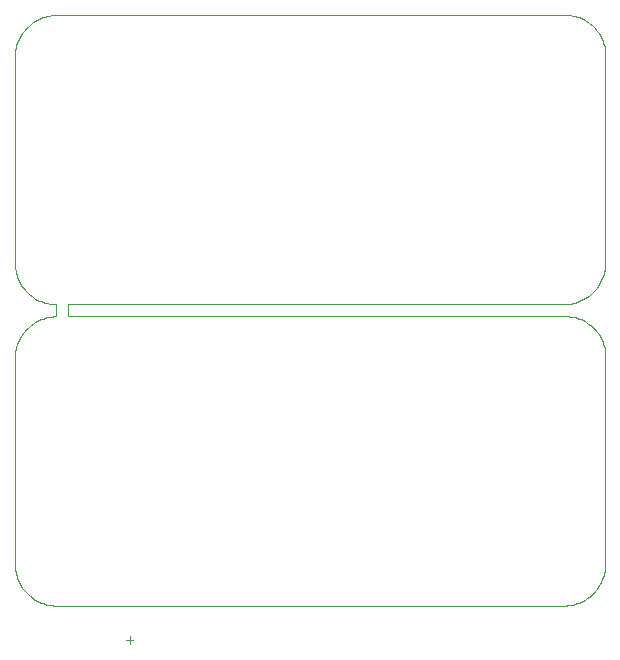
<source format=gbo>
G75*
G70*
%OFA0B0*%
%FSLAX24Y24*%
%IPPOS*%
%LPD*%
%AMOC8*
5,1,8,0,0,1.08239X$1,22.5*
%
%ADD10C,0.0000*%
%ADD11C,0.0030*%
D10*
X001475Y001583D02*
X001478Y001583D01*
X018407Y001583D01*
X018410Y001583D01*
X018408Y001583D02*
X018482Y001586D01*
X018556Y001593D01*
X018630Y001604D01*
X018702Y001619D01*
X018774Y001637D01*
X018845Y001660D01*
X018915Y001686D01*
X018983Y001716D01*
X019049Y001749D01*
X019114Y001786D01*
X019176Y001827D01*
X019237Y001870D01*
X019295Y001917D01*
X019350Y001967D01*
X019402Y002019D01*
X019452Y002074D01*
X019499Y002132D01*
X019542Y002193D01*
X019583Y002255D01*
X019620Y002320D01*
X019653Y002386D01*
X019683Y002454D01*
X019709Y002524D01*
X019732Y002595D01*
X019750Y002667D01*
X019765Y002739D01*
X019776Y002813D01*
X019783Y002887D01*
X019786Y002961D01*
X019785Y002961D02*
X019785Y002958D01*
X019785Y002961D02*
X019785Y009812D01*
X019785Y009857D01*
X019785Y009812D02*
X019787Y009884D01*
X019785Y009955D01*
X019780Y010027D01*
X019771Y010098D01*
X019758Y010169D01*
X019741Y010238D01*
X019720Y010307D01*
X019696Y010375D01*
X019669Y010441D01*
X019637Y010505D01*
X019603Y010568D01*
X019565Y010629D01*
X019524Y010688D01*
X019480Y010744D01*
X019432Y010798D01*
X019382Y010849D01*
X019330Y010898D01*
X019275Y010944D01*
X019217Y010987D01*
X019157Y011026D01*
X019095Y011063D01*
X019032Y011096D01*
X018967Y011125D01*
X018900Y011151D01*
X018832Y011174D01*
X018762Y011192D01*
X018692Y011207D01*
X018621Y011219D01*
X018550Y011226D01*
X018479Y011230D01*
X018407Y011229D01*
X001872Y011229D01*
X001872Y011623D01*
X018407Y011623D01*
X018410Y011623D01*
X018407Y011229D02*
X018410Y011229D01*
X018408Y011622D02*
X018482Y011625D01*
X018556Y011632D01*
X018630Y011643D01*
X018702Y011658D01*
X018774Y011676D01*
X018845Y011699D01*
X018915Y011725D01*
X018983Y011755D01*
X019049Y011788D01*
X019114Y011825D01*
X019176Y011866D01*
X019237Y011909D01*
X019295Y011956D01*
X019350Y012006D01*
X019402Y012058D01*
X019452Y012113D01*
X019499Y012171D01*
X019542Y012232D01*
X019583Y012294D01*
X019620Y012359D01*
X019653Y012425D01*
X019683Y012493D01*
X019709Y012563D01*
X019732Y012634D01*
X019750Y012706D01*
X019765Y012778D01*
X019776Y012852D01*
X019783Y012926D01*
X019786Y013000D01*
X019785Y013001D02*
X019785Y012998D01*
X019785Y013001D02*
X019785Y019851D01*
X019785Y019897D01*
X019785Y019851D02*
X019787Y019923D01*
X019785Y019994D01*
X019780Y020066D01*
X019771Y020137D01*
X019758Y020208D01*
X019741Y020277D01*
X019720Y020346D01*
X019696Y020414D01*
X019669Y020480D01*
X019637Y020544D01*
X019603Y020607D01*
X019565Y020668D01*
X019524Y020727D01*
X019480Y020783D01*
X019432Y020837D01*
X019382Y020888D01*
X019330Y020937D01*
X019275Y020983D01*
X019217Y021026D01*
X019157Y021065D01*
X019095Y021102D01*
X019032Y021135D01*
X018967Y021164D01*
X018900Y021190D01*
X018832Y021213D01*
X018762Y021231D01*
X018692Y021246D01*
X018621Y021258D01*
X018550Y021265D01*
X018479Y021269D01*
X018407Y021268D01*
X018410Y021268D01*
X018407Y021268D02*
X001478Y021268D01*
X001475Y021268D01*
X001478Y021269D02*
X001404Y021266D01*
X001330Y021259D01*
X001256Y021248D01*
X001184Y021233D01*
X001112Y021215D01*
X001041Y021192D01*
X000971Y021166D01*
X000903Y021136D01*
X000837Y021103D01*
X000772Y021066D01*
X000710Y021025D01*
X000649Y020982D01*
X000591Y020935D01*
X000536Y020885D01*
X000484Y020833D01*
X000434Y020778D01*
X000387Y020720D01*
X000344Y020659D01*
X000303Y020597D01*
X000266Y020532D01*
X000233Y020466D01*
X000203Y020398D01*
X000177Y020328D01*
X000154Y020257D01*
X000136Y020185D01*
X000121Y020113D01*
X000110Y020039D01*
X000103Y019965D01*
X000100Y019891D01*
X000100Y019890D02*
X000100Y019894D01*
X000100Y019890D02*
X000100Y013040D01*
X000100Y012998D01*
X000100Y013040D02*
X000101Y012967D01*
X000106Y012893D01*
X000114Y012821D01*
X000127Y012749D01*
X000143Y012677D01*
X000162Y012607D01*
X000186Y012537D01*
X000213Y012469D01*
X000244Y012403D01*
X000278Y012338D01*
X000315Y012275D01*
X000356Y012214D01*
X000399Y012156D01*
X000446Y012099D01*
X000496Y012045D01*
X000548Y011994D01*
X000603Y011946D01*
X000660Y011901D01*
X000720Y011858D01*
X000782Y011819D01*
X000846Y011783D01*
X000911Y011751D01*
X000979Y011722D01*
X001047Y011697D01*
X001117Y011675D01*
X001188Y011657D01*
X001260Y011642D01*
X001332Y011632D01*
X001405Y011625D01*
X001478Y011622D01*
X001478Y011623D02*
X001478Y011229D01*
X001475Y011229D01*
X001475Y011623D02*
X001478Y011623D01*
X001478Y011229D02*
X001404Y011226D01*
X001330Y011219D01*
X001256Y011208D01*
X001184Y011193D01*
X001112Y011175D01*
X001041Y011152D01*
X000971Y011126D01*
X000903Y011096D01*
X000837Y011063D01*
X000772Y011026D01*
X000710Y010985D01*
X000649Y010942D01*
X000591Y010895D01*
X000536Y010845D01*
X000484Y010793D01*
X000434Y010738D01*
X000387Y010680D01*
X000344Y010619D01*
X000303Y010557D01*
X000266Y010492D01*
X000233Y010426D01*
X000203Y010358D01*
X000177Y010288D01*
X000154Y010217D01*
X000136Y010145D01*
X000121Y010073D01*
X000110Y009999D01*
X000103Y009925D01*
X000100Y009851D01*
X000100Y009854D01*
X000100Y009851D02*
X000100Y003001D01*
X000100Y002958D01*
X000100Y003001D02*
X000101Y002928D01*
X000106Y002854D01*
X000114Y002782D01*
X000127Y002710D01*
X000143Y002638D01*
X000162Y002568D01*
X000186Y002498D01*
X000213Y002430D01*
X000244Y002364D01*
X000278Y002299D01*
X000315Y002236D01*
X000356Y002175D01*
X000399Y002117D01*
X000446Y002060D01*
X000496Y002006D01*
X000548Y001955D01*
X000603Y001907D01*
X000660Y001862D01*
X000720Y001819D01*
X000782Y001780D01*
X000846Y001744D01*
X000911Y001712D01*
X000979Y001683D01*
X001047Y001658D01*
X001117Y001636D01*
X001188Y001618D01*
X001260Y001603D01*
X001332Y001593D01*
X001405Y001586D01*
X001478Y001583D01*
D11*
X003807Y000433D02*
X004053Y000433D01*
X003930Y000310D02*
X003930Y000557D01*
M02*

</source>
